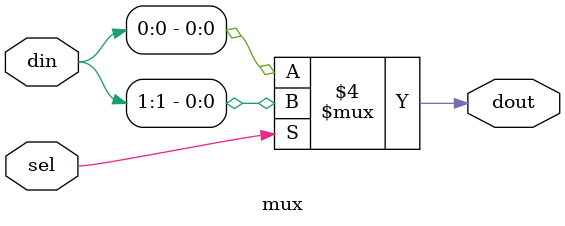
<source format=sv>
module  mux(
input  logic[1:0]  din  , // Mux data input
input  logic  sel       , // Select input
output logic  dout        // Mux data output
);
//------------- mux behaviour ---------
always_comb // infers combinational logic
  if (sel == 1'b0)
      dout = din[0];
  else 
      dout = din[1] ;

endmodule //End Of Module mux


</source>
